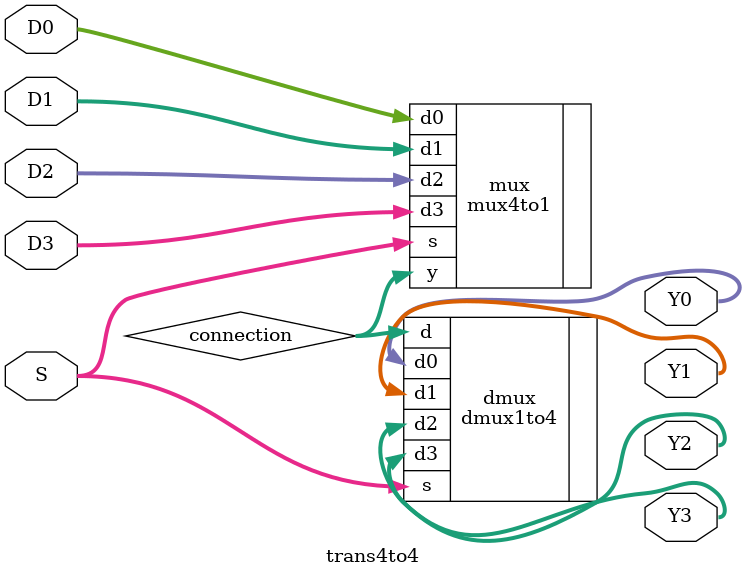
<source format=v>
`timescale 1ns / 1ps


module trans4to4(
    output  [2:0] Y0,Y1,Y2,Y3,
    input   [2:0] D0,D1,D2,D3,
    input   [1:0] S
); 
// add your code here
    wire [2:0] connection;
    mux4to1 mux(.y(connection),.s(S),.d0(D0),.d1(D1),.d2(D2),.d3(D3));
    dmux1to4 dmux(.d0(Y0),.d1(Y1),.d2(Y2),.d3(Y3),.d(connection),.s(S));
endmodule

</source>
